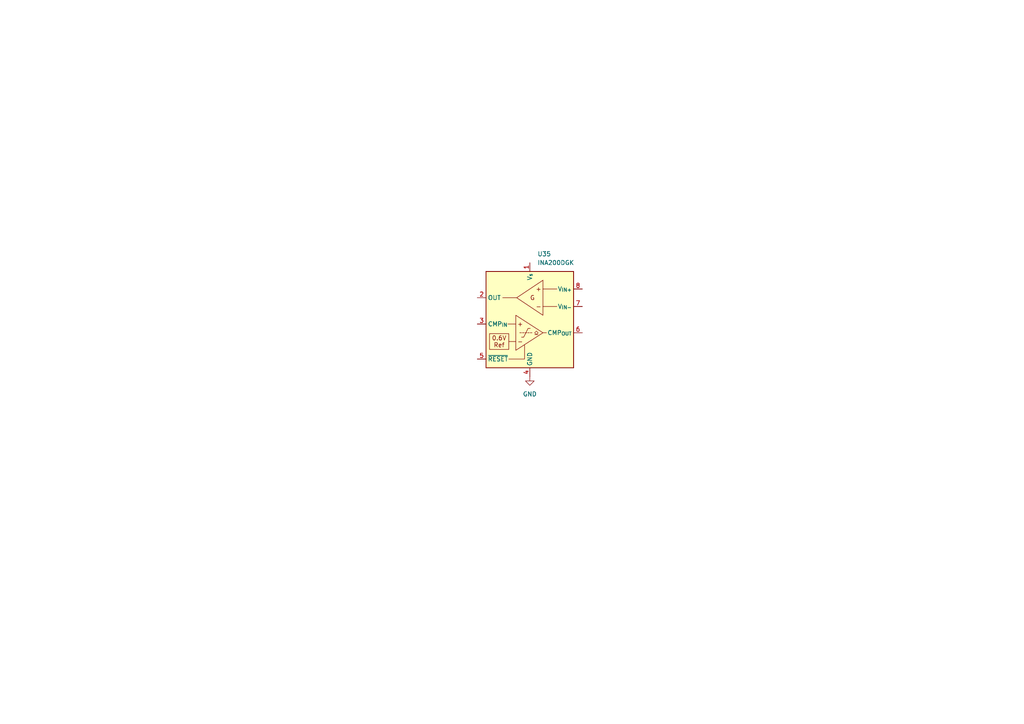
<source format=kicad_sch>
(kicad_sch (version 20231120) (generator "eeschema") (generator_version "8.0")
  (paper "A4")
  (lib_symbols
    (symbol "Amplifier_Current:INA200DGK"
      (property "Reference" "U" (at -10.16 17.78 0))
      (property "Value" "INA200DGK" (at 10.16 17.78 0))
      (symbol "INA200DGK_0_0"
        (rectangle (start -11.684 -9.906) (end -6.096 -5.334) (stroke (width 0.1524)))
        (polyline (pts (xy -7.874 5.08) (xy -3.81 5.08)) (stroke (width 0.1524)))
        (polyline (pts (xy -6.35 -2.54) (xy -4.064 -2.54)) (stroke (width 0.1524)))
        (polyline (pts (xy -6.096 -7.62) (xy -4.064 -7.62)) (stroke (width 0.1524)))
        (polyline (pts (xy 3.81 -5.08) (xy 4.826 -5.08)) (stroke (width 0.1524)))
        (polyline (pts (xy -6.096 -12.7) (xy -1.524 -12.7) (xy -1.524 -8.636)) (stroke (width 0.1524)))
        (polyline (pts (xy -4.064 0) (xy -4.064 -10.16) (xy 3.81 -5.08) (xy -4.064 0)) (stroke (width 0.1524)) (fill (type background)))
        (polyline (pts (xy 3.81 10.16) (xy 3.81 0) (xy -3.81 5.08) (xy 3.81 10.16)) (stroke (width 0.1524)) (fill (type background)))
        (text "+" (at -2.794 -2.54 0) (effects (font (size 1.27 1.27))))
        (text "+" (at 2.54 7.62 0) (effects (font (size 1.27 1.27))))
        (text "-" (at -2.794 -7.62 0) (effects (font (size 1.27 1.27))))
        (text "-" (at 2.54 2.54 0) (effects (font (size 1.27 1.27))))
        (text "G" (at 0.762 5.08 0) (effects (font (size 1.27 1.27))))
        (text "Ref" (at -8.89 -8.636 0) (effects (font (size 1.27 1.27))))
      )
      (symbol "INA200DGK_0_1"
        (rectangle (start -12.7 12.7) (end 12.7 -15.24) (stroke (width 0.254)) (fill (type background)))
        (polyline (pts (xy -2.413 -5.08) (xy -2.921 -5.08)))
        (polyline (pts (xy -1.651 -5.08) (xy -2.159 -5.08)))
        (polyline (pts (xy -1.397 -5.08) (xy -0.889 -5.08)))
        (polyline (pts (xy -0.635 -5.08) (xy -0.127 -5.08)))
        (polyline (pts (xy 0.127 -5.08) (xy 0.635 -5.08)))
        (polyline (pts (xy 3.81 2.54) (xy 7.874 2.54)) (stroke (width 0.1524)))
        (polyline (pts (xy 7.874 7.62) (xy 3.81 7.62)) (stroke (width 0.1524)))
        (polyline (pts (xy -2.413 -6.35) (xy -1.778 -6.35) (xy -0.508 -3.81) (xy 0.127 -3.81)))
        (polyline (pts (xy 1.397 -5.588) (xy 1.905 -5.588) (xy 1.397 -5.08) (xy 1.905 -4.572) (xy 2.413 -5.08) (xy 1.905 -5.588) (xy 2.413 -5.588)) (stroke (width 0.127)))
      )
      (symbol "INA200DGK_1_0"
        (text "0.6V" (at -8.89 -6.604 0) (effects (font (size 1.27 1.27))))
      )
      (symbol "INA200DGK_1_1"
        (pin power_in line (at 0 15.24 270) (length 2.54) (name "V_{s}") (number "1"))
        (pin output line (at -15.24 5.08 0) (length 2.54) (name "OUT") (number "2"))
        (pin input line (at -15.24 -2.54 0) (length 2.54) (name "CMP_{IN}") (number "3"))
        (pin power_in line (at 0 -17.78 90) (length 2.54) (name "GND") (number "4"))
        (pin input line (at -15.24 -12.7 0) (length 2.54) (name "~{RESET}") (number "5"))
        (pin open_collector line (at 15.24 -5.08 180) (length 2.54) (name "CMP_{OUT}") (number "6"))
        (pin input line (at 15.24 2.54 180) (length 2.54) (name "V_{IN-}") (number "7"))
        (pin input line (at 15.24 7.62 180) (length 2.54) (name "V_{IN+}") (number "8"))
      )
    )
    (symbol "power:GND" (power) (pin_numbers hide) (pin_names (offset 0) hide)
      (property "Value" "GND" (at 0 -3.81 0))
      (symbol "GND_0_1"
        (polyline (pts (xy 0 0) (xy 0 -1.27) (xy 1.27 -1.27) (xy 0 -2.54) (xy -1.27 -1.27) (xy 0 -1.27)))
      )
      (symbol "GND_1_1"
        (pin power_in line (at 0 0 270) (length 0) (name "~") (number "1"))
      )
    )
  )
  (symbol (lib_id "power:GND") (at 153.67 109.22 0) (unit 1)
    (property "Reference" "#PWR0189" (effects (hide yes)))
    (property "Value" "GND" (at 153.67 114.3 0))
    (property "Description" "Power symbol creates a global label with name \"GND\" , ground" (effects (hide yes)))
  )
  (symbol (lib_id "Amplifier_Current:INA200DGK") (at 153.67 91.44 0) (unit 1)
    (property "Reference" "U35" (at 155.8641 73.66 0) (effects (justify left)))
    (property "Value" "INA200DGK" (at 155.8641 76.2 0) (effects (justify left)))
    (property "Footprint" "Package_SO:VSSOP-8_3.0x3.0mm_P0.65mm" (effects (hide yes)))
    (property "Datasheet" "https://www.ti.com/lit/ds/symlink/ina201.pdf" (effects (hide yes)))
    (property "Description" "Current Shunt Monitor, integrated comparator and reference, -16V to +80V Common-Mode Range, 20V/V, VSSOP-8" (effects (hide yes)))
  )
)
</source>
